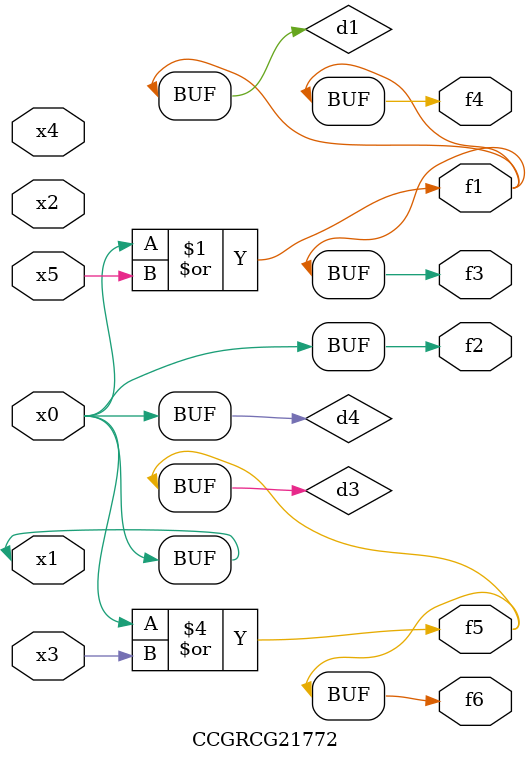
<source format=v>
module CCGRCG21772(
	input x0, x1, x2, x3, x4, x5,
	output f1, f2, f3, f4, f5, f6
);

	wire d1, d2, d3, d4;

	or (d1, x0, x5);
	xnor (d2, x1, x4);
	or (d3, x0, x3);
	buf (d4, x0, x1);
	assign f1 = d1;
	assign f2 = d4;
	assign f3 = d1;
	assign f4 = d1;
	assign f5 = d3;
	assign f6 = d3;
endmodule

</source>
